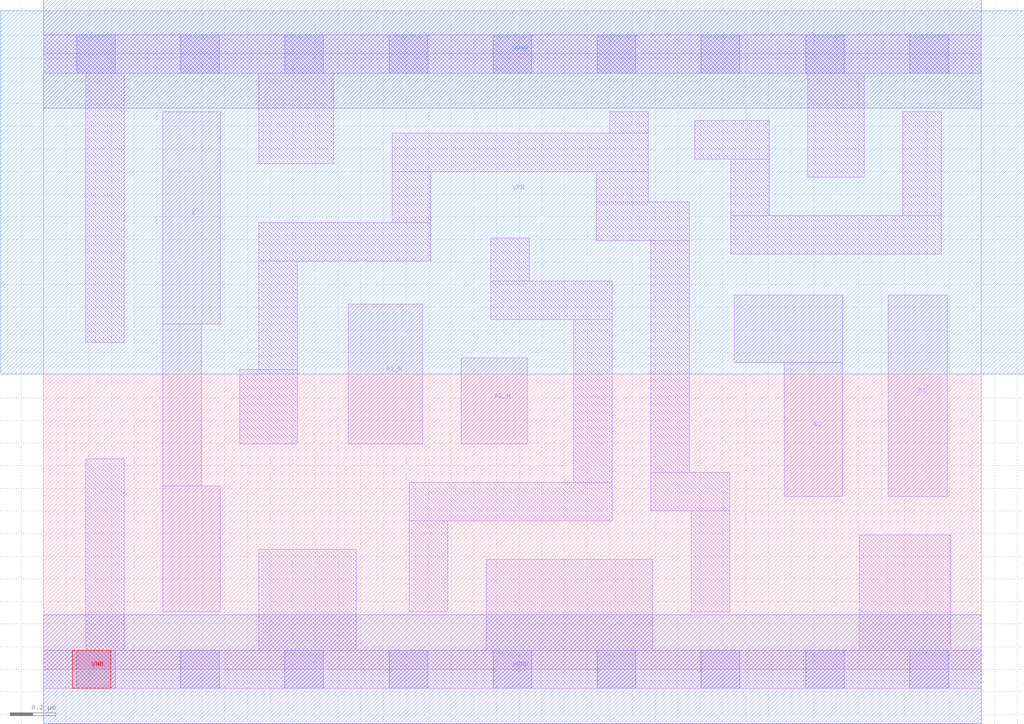
<source format=lef>
# Copyright 2020 The SkyWater PDK Authors
#
# Licensed under the Apache License, Version 2.0 (the "License");
# you may not use this file except in compliance with the License.
# You may obtain a copy of the License at
#
#     https://www.apache.org/licenses/LICENSE-2.0
#
# Unless required by applicable law or agreed to in writing, software
# distributed under the License is distributed on an "AS IS" BASIS,
# WITHOUT WARRANTIES OR CONDITIONS OF ANY KIND, either express or implied.
# See the License for the specific language governing permissions and
# limitations under the License.
#
# SPDX-License-Identifier: Apache-2.0

VERSION 5.7 ;
  NOWIREEXTENSIONATPIN ON ;
  DIVIDERCHAR "/" ;
  BUSBITCHARS "[]" ;
MACRO sky130_fd_sc_hd__a2bb2o_2
  CLASS CORE ;
  FOREIGN sky130_fd_sc_hd__a2bb2o_2 ;
  ORIGIN  0.000000  0.000000 ;
  SIZE  4.140000 BY  2.720000 ;
  SYMMETRY X Y R90 ;
  SITE unithd ;
  PIN A1_N
    ANTENNAGATEAREA  0.159000 ;
    DIRECTION INPUT ;
    USE SIGNAL ;
    PORT
      LAYER li1 ;
        RECT 1.345000 0.995000 1.675000 1.615000 ;
    END
  END A1_N
  PIN A2_N
    ANTENNAGATEAREA  0.159000 ;
    DIRECTION INPUT ;
    USE SIGNAL ;
    PORT
      LAYER li1 ;
        RECT 1.845000 0.995000 2.135000 1.375000 ;
    END
  END A2_N
  PIN B1
    ANTENNAGATEAREA  0.159000 ;
    DIRECTION INPUT ;
    USE SIGNAL ;
    PORT
      LAYER li1 ;
        RECT 3.730000 0.765000 3.990000 1.655000 ;
    END
  END B1
  PIN B2
    ANTENNAGATEAREA  0.159000 ;
    DIRECTION INPUT ;
    USE SIGNAL ;
    PORT
      LAYER li1 ;
        RECT 3.050000 1.355000 3.530000 1.655000 ;
        RECT 3.270000 0.765000 3.530000 1.355000 ;
    END
  END B2
  PIN VNB
    PORT
      LAYER pwell ;
        RECT 0.125000 -0.085000 0.295000 0.085000 ;
    END
  END VNB
  PIN VPB
    PORT
      LAYER nwell ;
        RECT -0.190000 1.305000 4.330000 2.910000 ;
    END
  END VPB
  PIN X
    ANTENNADIFFAREA  0.445500 ;
    DIRECTION OUTPUT ;
    USE SIGNAL ;
    PORT
      LAYER li1 ;
        RECT 0.525000 0.255000 0.780000 0.810000 ;
        RECT 0.525000 0.810000 0.695000 1.525000 ;
        RECT 0.525000 1.525000 0.780000 2.465000 ;
    END
  END X
  PIN VGND
    DIRECTION INOUT ;
    SHAPE ABUTMENT ;
    USE GROUND ;
    PORT
      LAYER met1 ;
        RECT 0.000000 -0.240000 4.140000 0.240000 ;
    END
  END VGND
  PIN VPWR
    DIRECTION INOUT ;
    SHAPE ABUTMENT ;
    USE POWER ;
    PORT
      LAYER met1 ;
        RECT 0.000000 2.480000 4.140000 2.960000 ;
    END
  END VPWR
  OBS
    LAYER li1 ;
      RECT 0.000000 -0.085000 4.140000 0.085000 ;
      RECT 0.000000  2.635000 4.140000 2.805000 ;
      RECT 0.185000  0.085000 0.355000 0.930000 ;
      RECT 0.185000  1.445000 0.355000 2.635000 ;
      RECT 0.865000  0.995000 1.120000 1.325000 ;
      RECT 0.950000  0.085000 1.380000 0.530000 ;
      RECT 0.950000  1.325000 1.120000 1.805000 ;
      RECT 0.950000  1.805000 1.710000 1.975000 ;
      RECT 0.950000  2.235000 1.280000 2.635000 ;
      RECT 1.540000  1.975000 1.710000 2.200000 ;
      RECT 1.540000  2.200000 2.670000 2.370000 ;
      RECT 1.615000  0.255000 1.785000 0.655000 ;
      RECT 1.615000  0.655000 2.510000 0.825000 ;
      RECT 1.955000  0.085000 2.690000 0.485000 ;
      RECT 1.975000  1.545000 2.510000 1.715000 ;
      RECT 1.975000  1.715000 2.145000 1.905000 ;
      RECT 2.340000  0.825000 2.510000 1.545000 ;
      RECT 2.440000  1.895000 2.850000 2.065000 ;
      RECT 2.440000  2.065000 2.670000 2.200000 ;
      RECT 2.500000  2.370000 2.670000 2.465000 ;
      RECT 2.680000  0.700000 3.030000 0.870000 ;
      RECT 2.680000  0.870000 2.850000 1.895000 ;
      RECT 2.860000  0.255000 3.030000 0.700000 ;
      RECT 2.875000  2.255000 3.205000 2.425000 ;
      RECT 3.035000  1.835000 3.965000 2.005000 ;
      RECT 3.035000  2.005000 3.205000 2.255000 ;
      RECT 3.375000  2.175000 3.625000 2.635000 ;
      RECT 3.605000  0.085000 4.005000 0.595000 ;
      RECT 3.795000  2.005000 3.965000 2.465000 ;
    LAYER mcon ;
      RECT 0.145000 -0.085000 0.315000 0.085000 ;
      RECT 0.145000  2.635000 0.315000 2.805000 ;
      RECT 0.605000 -0.085000 0.775000 0.085000 ;
      RECT 0.605000  2.635000 0.775000 2.805000 ;
      RECT 1.065000 -0.085000 1.235000 0.085000 ;
      RECT 1.065000  2.635000 1.235000 2.805000 ;
      RECT 1.525000 -0.085000 1.695000 0.085000 ;
      RECT 1.525000  2.635000 1.695000 2.805000 ;
      RECT 1.985000 -0.085000 2.155000 0.085000 ;
      RECT 1.985000  2.635000 2.155000 2.805000 ;
      RECT 2.445000 -0.085000 2.615000 0.085000 ;
      RECT 2.445000  2.635000 2.615000 2.805000 ;
      RECT 2.905000 -0.085000 3.075000 0.085000 ;
      RECT 2.905000  2.635000 3.075000 2.805000 ;
      RECT 3.365000 -0.085000 3.535000 0.085000 ;
      RECT 3.365000  2.635000 3.535000 2.805000 ;
      RECT 3.825000 -0.085000 3.995000 0.085000 ;
      RECT 3.825000  2.635000 3.995000 2.805000 ;
  END
END sky130_fd_sc_hd__a2bb2o_2
END LIBRARY

</source>
